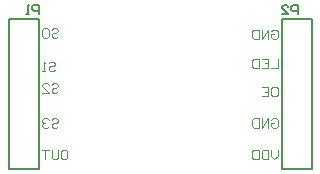
<source format=gbo>
%FSLAX25Y25*%
%MOIN*%
G70*
G01*
G75*
G04 Layer_Color=32896*
%ADD10R,0.03543X0.02756*%
%ADD11R,0.02756X0.03543*%
%ADD12R,0.03543X0.03150*%
%ADD13R,0.05906X0.05906*%
%ADD14R,0.08858X0.01969*%
%ADD15O,0.08858X0.01969*%
%ADD16C,0.01969*%
%ADD17C,0.00394*%
%ADD18R,0.05906X0.05906*%
%ADD19C,0.05906*%
%ADD20O,0.03937X0.07874*%
%ADD21O,0.03937X0.07874*%
%ADD22C,0.03150*%
%ADD23C,0.00787*%
%ADD24C,0.00984*%
%ADD25C,0.00591*%
%ADD26R,0.04343X0.03556*%
%ADD27R,0.03556X0.04343*%
%ADD28R,0.04343X0.03950*%
%ADD29R,0.06706X0.06706*%
%ADD30R,0.09658X0.02769*%
%ADD31O,0.09658X0.02769*%
%ADD32R,0.06706X0.06706*%
%ADD33C,0.06706*%
%ADD34O,0.04737X0.08674*%
%ADD35O,0.04737X0.08674*%
%ADD36C,0.03950*%
D17*
X397100Y265249D02*
Y263149D01*
X396051Y262100D01*
X395001Y263149D01*
Y265249D01*
X393951D02*
Y262100D01*
X392377D01*
X391852Y262625D01*
Y264724D01*
X392377Y265249D01*
X393951D01*
X390803D02*
Y262100D01*
X389229D01*
X388704Y262625D01*
Y264724D01*
X389229Y265249D01*
X390803D01*
X395001Y275224D02*
X395526Y275749D01*
X396575D01*
X397100Y275224D01*
Y273125D01*
X396575Y272600D01*
X395526D01*
X395001Y273125D01*
Y274174D01*
X396051D01*
X393951Y272600D02*
Y275749D01*
X391852Y272600D01*
Y275749D01*
X390803D02*
Y272600D01*
X389229D01*
X388704Y273125D01*
Y275224D01*
X389229Y275749D01*
X390803D01*
X395526Y286249D02*
X396575D01*
X397100Y285724D01*
Y283625D01*
X396575Y283100D01*
X395526D01*
X395001Y283625D01*
Y285724D01*
X395526Y286249D01*
X391852D02*
X393951D01*
Y283100D01*
X391852D01*
X393951Y284674D02*
X392902D01*
X397100Y295649D02*
Y292500D01*
X395001D01*
X391852Y295649D02*
X393951D01*
Y292500D01*
X391852D01*
X393951Y294074D02*
X392902D01*
X390803Y295649D02*
Y292500D01*
X389229D01*
X388704Y293025D01*
Y295124D01*
X389229Y295649D01*
X390803D01*
X395001Y304824D02*
X395526Y305349D01*
X396575D01*
X397100Y304824D01*
Y302725D01*
X396575Y302200D01*
X395526D01*
X395001Y302725D01*
Y303774D01*
X396051D01*
X393951Y302200D02*
Y305349D01*
X391852Y302200D01*
Y305349D01*
X390803D02*
Y302200D01*
X389229D01*
X388704Y302725D01*
Y304824D01*
X389229Y305349D01*
X390803D01*
X325474Y265249D02*
X326524D01*
X327049Y264724D01*
Y262625D01*
X326524Y262100D01*
X325474D01*
X324950Y262625D01*
Y264724D01*
X325474Y265249D01*
X323900D02*
Y262625D01*
X323375Y262100D01*
X322326D01*
X321801Y262625D01*
Y265249D01*
X320751D02*
X318652D01*
X319702D01*
Y262100D01*
X321801Y275224D02*
X322326Y275749D01*
X323375D01*
X323900Y275224D01*
Y274699D01*
X323375Y274174D01*
X322326D01*
X321801Y273650D01*
Y273125D01*
X322326Y272600D01*
X323375D01*
X323900Y273125D01*
X320751Y275224D02*
X320227Y275749D01*
X319177D01*
X318652Y275224D01*
Y274699D01*
X319177Y274174D01*
X319702D01*
X319177D01*
X318652Y273650D01*
Y273125D01*
X319177Y272600D01*
X320227D01*
X320751Y273125D01*
X321801Y286924D02*
X322326Y287449D01*
X323375D01*
X323900Y286924D01*
Y286399D01*
X323375Y285874D01*
X322326D01*
X321801Y285349D01*
Y284825D01*
X322326Y284300D01*
X323375D01*
X323900Y284825D01*
X318652Y284300D02*
X320751D01*
X318652Y286399D01*
Y286924D01*
X319177Y287449D01*
X320227D01*
X320751Y286924D01*
Y294124D02*
X321276Y294649D01*
X322326D01*
X322850Y294124D01*
Y293599D01*
X322326Y293074D01*
X321276D01*
X320751Y292549D01*
Y292025D01*
X321276Y291500D01*
X322326D01*
X322850Y292025D01*
X319702Y291500D02*
X318652D01*
X319177D01*
Y294649D01*
X319702Y294124D01*
X321801Y305324D02*
X322326Y305849D01*
X323375D01*
X323900Y305324D01*
Y304799D01*
X323375Y304274D01*
X322326D01*
X321801Y303749D01*
Y303225D01*
X322326Y302700D01*
X323375D01*
X323900Y303225D01*
X320751Y305324D02*
X320227Y305849D01*
X319177D01*
X318652Y305324D01*
Y303225D01*
X319177Y302700D01*
X320227D01*
X320751Y303225D01*
Y305324D01*
D23*
X307500Y259000D02*
X317500D01*
Y309000D01*
X307500Y259000D02*
Y309000D01*
X317500D01*
X398500D02*
X408500D01*
X398500Y259000D02*
Y309000D01*
X408500Y259000D02*
Y309000D01*
X398500Y259000D02*
X408500D01*
D25*
X317400Y310500D02*
Y313649D01*
X315826D01*
X315301Y313124D01*
Y312074D01*
X315826Y311549D01*
X317400D01*
X314251Y310500D02*
X313202D01*
X313727D01*
Y313649D01*
X314251Y313124D01*
X403800Y310400D02*
Y313549D01*
X402226D01*
X401701Y313024D01*
Y311974D01*
X402226Y311450D01*
X403800D01*
X398552Y310400D02*
X400651D01*
X398552Y312499D01*
Y313024D01*
X399077Y313549D01*
X400127D01*
X400651Y313024D01*
M02*

</source>
